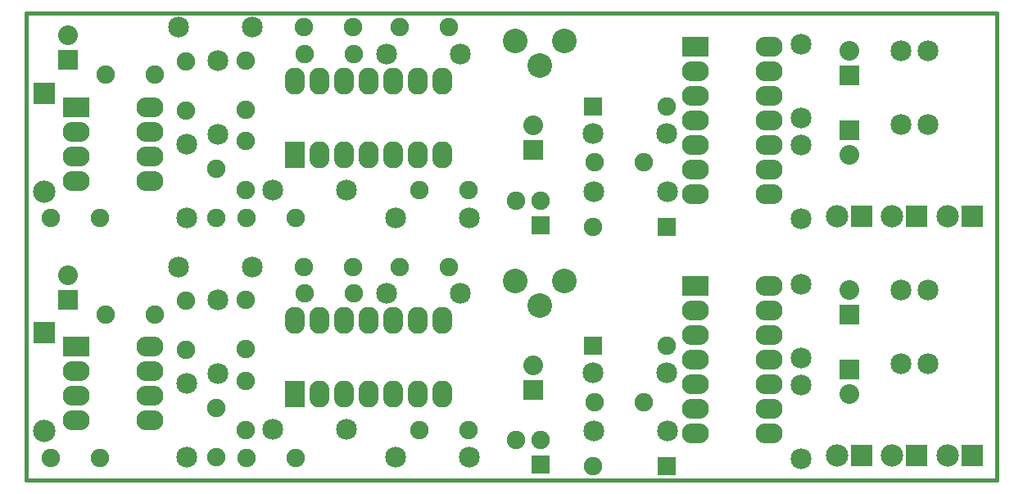
<source format=gbs>
G04 (created by PCBNEW-RS274X (2011-12-21 BZR 3253)-stable) date 11/04/2013 12:13:17*
G01*
G70*
G90*
%MOIN*%
G04 Gerber Fmt 3.4, Leading zero omitted, Abs format*
%FSLAX34Y34*%
G04 APERTURE LIST*
%ADD10C,0.006000*%
%ADD11C,0.015000*%
%ADD12R,0.090900X0.090900*%
%ADD13C,0.090900*%
%ADD14R,0.110000X0.082000*%
%ADD15O,0.110000X0.082000*%
%ADD16C,0.100000*%
%ADD17C,0.085000*%
%ADD18R,0.082000X0.110000*%
%ADD19O,0.082000X0.110000*%
%ADD20R,0.075000X0.075000*%
%ADD21C,0.075000*%
%ADD22R,0.080000X0.080000*%
%ADD23C,0.080000*%
G04 APERTURE END LIST*
G54D10*
G54D11*
X10500Y-27250D02*
X10500Y-08250D01*
X50000Y-08250D02*
X50000Y-27250D01*
X50000Y-27250D02*
X10500Y-27250D01*
X10500Y-08250D02*
X50000Y-08250D01*
G54D12*
X49000Y-16500D03*
G54D13*
X48000Y-16500D03*
G54D12*
X46750Y-16500D03*
G54D13*
X45750Y-16500D03*
G54D14*
X37740Y-09590D03*
G54D15*
X37740Y-10590D03*
X37740Y-11590D03*
X37740Y-12590D03*
X37740Y-13590D03*
X37740Y-14590D03*
X37740Y-15590D03*
X40740Y-15590D03*
X40740Y-14590D03*
X40740Y-13590D03*
X40740Y-12590D03*
X40740Y-11590D03*
X40740Y-10590D03*
X40740Y-09590D03*
G54D16*
X32400Y-09370D03*
X31400Y-10370D03*
X30400Y-09370D03*
G54D17*
X33590Y-15500D03*
X36590Y-15500D03*
X33570Y-13130D03*
X36570Y-13130D03*
X42040Y-13610D03*
X42040Y-16610D03*
X42040Y-09520D03*
X42040Y-12520D03*
X47200Y-09770D03*
X47200Y-12770D03*
X46100Y-12770D03*
X46100Y-09770D03*
X28530Y-16560D03*
X25530Y-16560D03*
X28170Y-09890D03*
X25170Y-09890D03*
X19700Y-08820D03*
X16700Y-08820D03*
X20520Y-15430D03*
X23520Y-15430D03*
X18300Y-13170D03*
X18300Y-10170D03*
X17050Y-16570D03*
X17050Y-13570D03*
G54D14*
X12540Y-12060D03*
G54D15*
X12540Y-13060D03*
X12540Y-14060D03*
X12540Y-15060D03*
X15540Y-15060D03*
X15540Y-14060D03*
X15540Y-13060D03*
X15540Y-12060D03*
G54D18*
X21430Y-13990D03*
G54D19*
X22430Y-13990D03*
X23430Y-13990D03*
X24430Y-13990D03*
X25430Y-13990D03*
X26430Y-13990D03*
X27430Y-13990D03*
X27430Y-10990D03*
X26430Y-10990D03*
X25430Y-10990D03*
X24430Y-10990D03*
X23430Y-10990D03*
X22430Y-10990D03*
X21430Y-10990D03*
G54D20*
X36560Y-16930D03*
G54D21*
X33560Y-16930D03*
G54D20*
X33570Y-12030D03*
G54D21*
X36570Y-12030D03*
X33620Y-14310D03*
X35620Y-14310D03*
X26490Y-15440D03*
X28490Y-15440D03*
X27700Y-08820D03*
X25700Y-08820D03*
X19450Y-10170D03*
X19450Y-12170D03*
X23830Y-09890D03*
X21830Y-09890D03*
X23810Y-08820D03*
X21810Y-08820D03*
X19430Y-13450D03*
X19430Y-15450D03*
X15750Y-10750D03*
X13750Y-10750D03*
X21480Y-16580D03*
X19480Y-16580D03*
X18250Y-16570D03*
X18250Y-14570D03*
X17000Y-12190D03*
X17000Y-10190D03*
X13500Y-16580D03*
X11500Y-16580D03*
G54D22*
X31150Y-13820D03*
G54D23*
X31150Y-12820D03*
G54D22*
X12200Y-10150D03*
G54D23*
X12200Y-09150D03*
G54D22*
X44000Y-10770D03*
G54D23*
X44000Y-09770D03*
G54D22*
X44000Y-13000D03*
G54D23*
X44000Y-14000D03*
G54D20*
X31450Y-16870D03*
G54D21*
X31450Y-15870D03*
X30450Y-15870D03*
G54D12*
X44500Y-16500D03*
G54D13*
X43500Y-16500D03*
G54D12*
X11250Y-11500D03*
G54D13*
X11250Y-15500D03*
G54D12*
X11250Y-21250D03*
G54D13*
X11250Y-25250D03*
G54D12*
X44500Y-26250D03*
G54D13*
X43500Y-26250D03*
G54D20*
X31450Y-26620D03*
G54D21*
X31450Y-25620D03*
X30450Y-25620D03*
G54D22*
X44000Y-22750D03*
G54D23*
X44000Y-23750D03*
G54D22*
X44000Y-20520D03*
G54D23*
X44000Y-19520D03*
G54D22*
X12200Y-19900D03*
G54D23*
X12200Y-18900D03*
G54D22*
X31150Y-23570D03*
G54D23*
X31150Y-22570D03*
G54D21*
X13500Y-26330D03*
X11500Y-26330D03*
X17000Y-21940D03*
X17000Y-19940D03*
X18250Y-26320D03*
X18250Y-24320D03*
X21480Y-26330D03*
X19480Y-26330D03*
X15750Y-20500D03*
X13750Y-20500D03*
X19430Y-23200D03*
X19430Y-25200D03*
X23810Y-18570D03*
X21810Y-18570D03*
X23830Y-19640D03*
X21830Y-19640D03*
X19450Y-19920D03*
X19450Y-21920D03*
X27700Y-18570D03*
X25700Y-18570D03*
X26490Y-25190D03*
X28490Y-25190D03*
X33620Y-24060D03*
X35620Y-24060D03*
G54D20*
X33570Y-21780D03*
G54D21*
X36570Y-21780D03*
G54D20*
X36560Y-26680D03*
G54D21*
X33560Y-26680D03*
G54D18*
X21430Y-23740D03*
G54D19*
X22430Y-23740D03*
X23430Y-23740D03*
X24430Y-23740D03*
X25430Y-23740D03*
X26430Y-23740D03*
X27430Y-23740D03*
X27430Y-20740D03*
X26430Y-20740D03*
X25430Y-20740D03*
X24430Y-20740D03*
X23430Y-20740D03*
X22430Y-20740D03*
X21430Y-20740D03*
G54D14*
X12540Y-21810D03*
G54D15*
X12540Y-22810D03*
X12540Y-23810D03*
X12540Y-24810D03*
X15540Y-24810D03*
X15540Y-23810D03*
X15540Y-22810D03*
X15540Y-21810D03*
G54D17*
X17050Y-26320D03*
X17050Y-23320D03*
X18300Y-22920D03*
X18300Y-19920D03*
X20520Y-25180D03*
X23520Y-25180D03*
X19700Y-18570D03*
X16700Y-18570D03*
X28170Y-19640D03*
X25170Y-19640D03*
X28530Y-26310D03*
X25530Y-26310D03*
X46100Y-22520D03*
X46100Y-19520D03*
X47200Y-19520D03*
X47200Y-22520D03*
X42040Y-19270D03*
X42040Y-22270D03*
X42040Y-23360D03*
X42040Y-26360D03*
X33570Y-22880D03*
X36570Y-22880D03*
X33590Y-25250D03*
X36590Y-25250D03*
G54D16*
X32400Y-19150D03*
X31400Y-20150D03*
X30400Y-19150D03*
G54D14*
X37740Y-19340D03*
G54D15*
X37740Y-20340D03*
X37740Y-21340D03*
X37740Y-22340D03*
X37740Y-23340D03*
X37740Y-24340D03*
X37740Y-25340D03*
X40740Y-25340D03*
X40740Y-24340D03*
X40740Y-23340D03*
X40740Y-22340D03*
X40740Y-21340D03*
X40740Y-20340D03*
X40740Y-19340D03*
G54D12*
X46750Y-26250D03*
G54D13*
X45750Y-26250D03*
G54D12*
X49000Y-26250D03*
G54D13*
X48000Y-26250D03*
M02*

</source>
